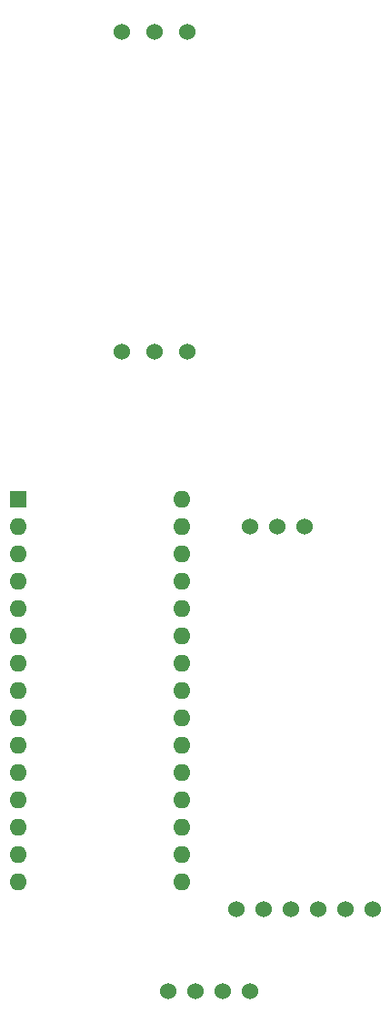
<source format=gbr>
%TF.GenerationSoftware,KiCad,Pcbnew,(5.1.10)-1*%
%TF.CreationDate,2021-09-08T13:12:46-04:00*%
%TF.ProjectId,Water_sensor,57617465-725f-4736-956e-736f722e6b69,rev?*%
%TF.SameCoordinates,Original*%
%TF.FileFunction,Soldermask,Bot*%
%TF.FilePolarity,Negative*%
%FSLAX46Y46*%
G04 Gerber Fmt 4.6, Leading zero omitted, Abs format (unit mm)*
G04 Created by KiCad (PCBNEW (5.1.10)-1) date 2021-09-08 13:12:46*
%MOMM*%
%LPD*%
G01*
G04 APERTURE LIST*
%ADD10R,1.600000X1.600000*%
%ADD11O,1.600000X1.600000*%
%ADD12C,1.524000*%
G04 APERTURE END LIST*
D10*
%TO.C,A1*%
X110490000Y-118110000D03*
D11*
X125730000Y-151130000D03*
X110490000Y-120650000D03*
X125730000Y-148590000D03*
X110490000Y-123190000D03*
X125730000Y-146050000D03*
X110490000Y-125730000D03*
X125730000Y-143510000D03*
X110490000Y-128270000D03*
X125730000Y-140970000D03*
X110490000Y-130810000D03*
X125730000Y-138430000D03*
X110490000Y-133350000D03*
X125730000Y-135890000D03*
X110490000Y-135890000D03*
X125730000Y-133350000D03*
X110490000Y-138430000D03*
X125730000Y-130810000D03*
X110490000Y-140970000D03*
X125730000Y-128270000D03*
X110490000Y-143510000D03*
X125730000Y-125730000D03*
X110490000Y-146050000D03*
X125730000Y-123190000D03*
X110490000Y-148590000D03*
X125730000Y-120650000D03*
X110490000Y-151130000D03*
X125730000Y-118110000D03*
X110490000Y-153670000D03*
X125730000Y-153670000D03*
%TD*%
D12*
%TO.C,U2*%
X130810000Y-156210000D03*
X133350000Y-156210000D03*
X135890000Y-156210000D03*
X138430000Y-156210000D03*
X140970000Y-156210000D03*
X143510000Y-156210000D03*
%TD*%
%TO.C,U3*%
X120142000Y-104394000D03*
X123190000Y-104394000D03*
X126238000Y-104394000D03*
%TD*%
%TO.C,U4*%
X132080000Y-120650000D03*
X134620000Y-120650000D03*
X137160000Y-120650000D03*
%TD*%
%TO.C,U5*%
X120142000Y-74676000D03*
X123190000Y-74676000D03*
X126238000Y-74676000D03*
%TD*%
%TO.C,U6*%
X124460000Y-163830000D03*
X127000000Y-163830000D03*
X129540000Y-163830000D03*
X132080000Y-163830000D03*
%TD*%
M02*

</source>
